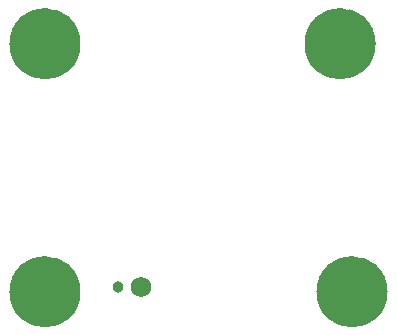
<source format=gbs>
%FSLAX25Y25*%
%MOIN*%
G70*
G01*
G75*
G04 Layer_Color=16711935*
%ADD10R,0.11811X0.05906*%
%ADD11R,0.11811X0.03937*%
%ADD12R,0.03000X0.02500*%
%ADD13C,0.01000*%
%ADD14C,0.06000*%
%ADD15C,0.03000*%
%ADD16C,0.03937*%
%ADD17C,0.23622*%
%ADD18C,0.00300*%
%ADD19C,0.00500*%
%ADD20C,0.00394*%
%ADD21C,0.05906*%
%ADD22R,0.12611X0.06706*%
%ADD23R,0.12611X0.04737*%
%ADD24R,0.03800X0.03300*%
%ADD25C,0.06800*%
%ADD26C,0.03800*%
D16*
X9484Y20043D02*
D03*
X22012D02*
D03*
X15748Y22638D02*
D03*
X6890Y13780D02*
D03*
X9484Y7516D02*
D03*
X15748Y4921D02*
D03*
X22012Y7516D02*
D03*
X24606Y13780D02*
D03*
X111846Y20043D02*
D03*
X124374D02*
D03*
X118110Y22638D02*
D03*
X109252Y13780D02*
D03*
X111846Y7516D02*
D03*
X118110Y4921D02*
D03*
X124374Y7516D02*
D03*
X126969Y13780D02*
D03*
X9484Y102720D02*
D03*
X22012D02*
D03*
X15748Y105315D02*
D03*
X6890Y96457D02*
D03*
X9484Y90193D02*
D03*
X15748Y87598D02*
D03*
X22012Y90193D02*
D03*
X24606Y96457D02*
D03*
X107910Y102720D02*
D03*
X120437D02*
D03*
X114173Y105315D02*
D03*
X105315Y96457D02*
D03*
X107910Y90193D02*
D03*
X114173Y87598D02*
D03*
X120437Y90193D02*
D03*
X123031Y96457D02*
D03*
D17*
X15748Y13780D02*
D03*
X118110D02*
D03*
X15748Y96457D02*
D03*
X114173D02*
D03*
D21*
X24606Y13780D02*
G03*
X24606Y13780I-8858J0D01*
G01*
X126969D02*
G03*
X126969Y13780I-8858J0D01*
G01*
X24606Y96457D02*
G03*
X24606Y96457I-8858J0D01*
G01*
X123031D02*
G03*
X123031Y96457I-8858J0D01*
G01*
D25*
X47783Y15425D02*
D03*
D26*
X40284D02*
D03*
M02*

</source>
